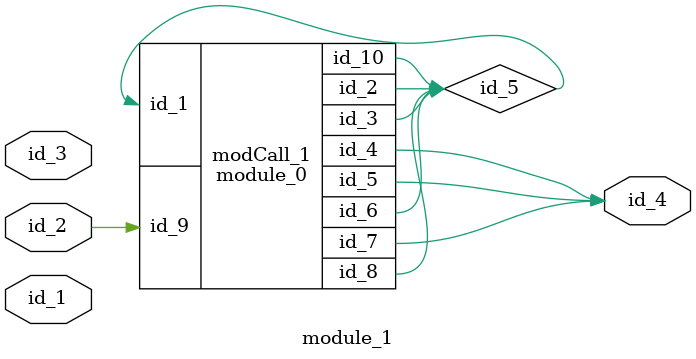
<source format=v>
module module_0 (
    id_1,
    id_2,
    id_3,
    id_4,
    id_5,
    id_6,
    id_7,
    id_8,
    id_9,
    id_10
);
  inout wire id_10;
  input wire id_9;
  output wire id_8;
  output wire id_7;
  inout wire id_6;
  output wire id_5;
  output wire id_4;
  output wire id_3;
  inout wire id_2;
  input wire id_1;
endmodule
module module_1 (
    id_1,
    id_2,
    id_3,
    id_4
);
  output wire id_4;
  input wire id_3;
  input wire id_2;
  inout wire id_1;
  assign id_1 = id_1;
  assign id_1[$realtime] = -1 ? id_3 : -1'b0;
  wire id_5;
  module_0 modCall_1 (
      id_5,
      id_5,
      id_5,
      id_4,
      id_4,
      id_5,
      id_4,
      id_5,
      id_2,
      id_5
  );
endmodule

</source>
